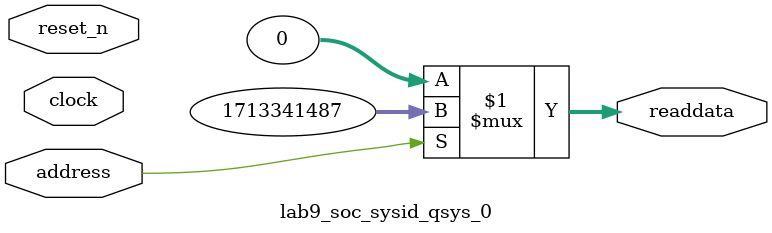
<source format=v>



// synthesis translate_off
`timescale 1ns / 1ps
// synthesis translate_on

// turn off superfluous verilog processor warnings 
// altera message_level Level1 
// altera message_off 10034 10035 10036 10037 10230 10240 10030 

module lab9_soc_sysid_qsys_0 (
               // inputs:
                address,
                clock,
                reset_n,

               // outputs:
                readdata
             )
;

  output  [ 31: 0] readdata;
  input            address;
  input            clock;
  input            reset_n;

  wire    [ 31: 0] readdata;
  //control_slave, which is an e_avalon_slave
  assign readdata = address ? 1713341487 : 0;

endmodule



</source>
